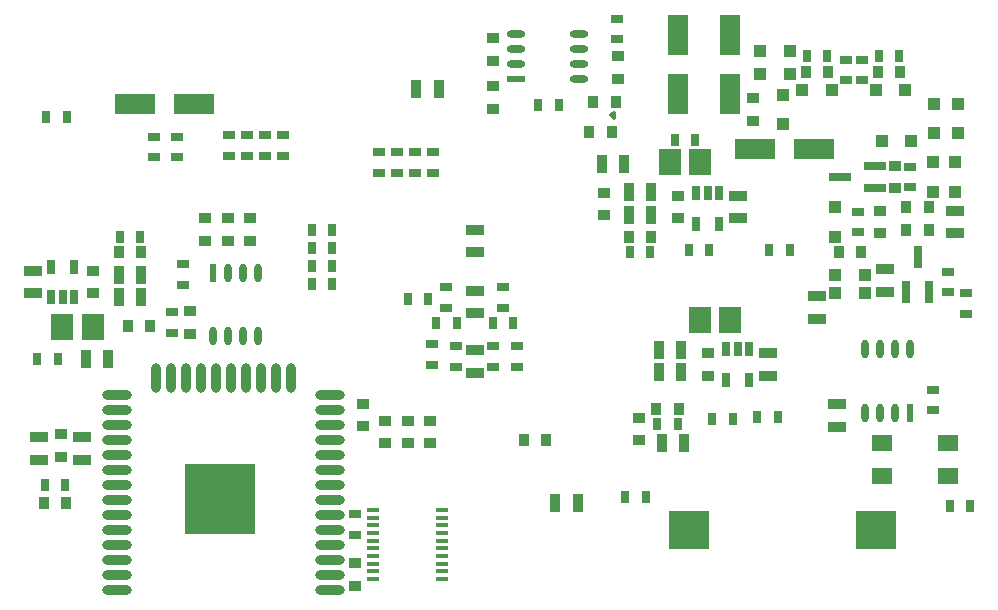
<source format=gbp>
G04 #@! TF.GenerationSoftware,KiCad,Pcbnew,5.0.0-rc2-dev-unknown+dfsg1+20180318-2*
G04 #@! TF.CreationDate,2018-05-15T23:44:12+02:00*
G04 #@! TF.ProjectId,ulx3s,756C7833732E6B696361645F70636200,rev?*
G04 #@! TF.SameCoordinates,Original*
G04 #@! TF.FileFunction,Paste,Bot*
G04 #@! TF.FilePolarity,Positive*
%FSLAX46Y46*%
G04 Gerber Fmt 4.6, Leading zero omitted, Abs format (unit mm)*
G04 Created by KiCad (PCBNEW 5.0.0-rc2-dev-unknown+dfsg1+20180318-2) date Tue May 15 23:44:12 2018*
%MOMM*%
%LPD*%
G01*
G04 APERTURE LIST*
%ADD10C,0.350000*%
%ADD11R,0.700000X1.200000*%
%ADD12R,1.000000X0.400000*%
%ADD13R,3.500000X3.300000*%
%ADD14R,0.600000X1.550000*%
%ADD15O,0.600000X1.550000*%
%ADD16R,1.550000X0.600000*%
%ADD17O,1.550000X0.600000*%
%ADD18O,2.500000X0.900000*%
%ADD19O,0.900000X2.500000*%
%ADD20R,6.000000X6.000000*%
%ADD21R,1.800000X1.400000*%
%ADD22R,0.970000X1.500000*%
%ADD23R,1.500000X0.970000*%
%ADD24R,0.670000X1.000000*%
%ADD25R,1.000000X0.670000*%
%ADD26R,1.825000X2.200000*%
%ADD27R,1.000000X1.000000*%
%ADD28R,0.800000X1.900000*%
%ADD29R,1.900000X0.800000*%
%ADD30R,3.500000X1.800000*%
%ADD31R,1.800000X3.500000*%
%ADD32R,0.845000X1.000000*%
%ADD33R,1.000000X0.845000*%
G04 APERTURE END LIST*
D10*
X150296000Y-71062000D02*
X150046000Y-70812000D01*
X150046000Y-70812000D02*
X150296000Y-70562000D01*
X150296000Y-70562000D02*
X150296000Y-71062000D01*
D11*
X159825000Y-90600000D03*
X160775000Y-90600000D03*
X161725000Y-90600000D03*
X161725000Y-93200000D03*
X159825000Y-93200000D03*
X104575000Y-86215000D03*
X103625000Y-86215000D03*
X102675000Y-86215000D03*
X102675000Y-83615000D03*
X104575000Y-83615000D03*
X157285000Y-77392000D03*
X158235000Y-77392000D03*
X159185000Y-77392000D03*
X159185000Y-79992000D03*
X157285000Y-79992000D03*
D12*
X135735000Y-104215000D03*
X135735000Y-104865000D03*
X135735000Y-105515000D03*
X135735000Y-106165000D03*
X135735000Y-106815000D03*
X135735000Y-107465000D03*
X135735000Y-108115000D03*
X135735000Y-108765000D03*
X135735000Y-109415000D03*
X135735000Y-110065000D03*
X129935000Y-110065000D03*
X129935000Y-109415000D03*
X129935000Y-108765000D03*
X129935000Y-108115000D03*
X129935000Y-107465000D03*
X129935000Y-106815000D03*
X129935000Y-106165000D03*
X129935000Y-105515000D03*
X129935000Y-104865000D03*
X129935000Y-104215000D03*
D13*
X172485000Y-105870000D03*
X156685000Y-105870000D03*
D14*
X175395000Y-96015000D03*
D15*
X174125000Y-96015000D03*
X172855000Y-96015000D03*
X171585000Y-96015000D03*
X171585000Y-90615000D03*
X172855000Y-90615000D03*
X174125000Y-90615000D03*
X175395000Y-90615000D03*
D16*
X141980000Y-67706500D03*
D17*
X141980000Y-66436500D03*
X141980000Y-65166500D03*
X141980000Y-63896500D03*
X147380000Y-63896500D03*
X147380000Y-65166500D03*
X147380000Y-66436500D03*
X147380000Y-67706500D03*
D14*
X116325000Y-84120000D03*
D15*
X117595000Y-84120000D03*
X118865000Y-84120000D03*
X120135000Y-84120000D03*
X120135000Y-89520000D03*
X118865000Y-89520000D03*
X117595000Y-89520000D03*
X116325000Y-89520000D03*
D18*
X126230000Y-111000000D03*
X126230000Y-109730000D03*
X126230000Y-108460000D03*
X126230000Y-107190000D03*
X126230000Y-105920000D03*
X126230000Y-104650000D03*
X126230000Y-103380000D03*
X126230000Y-102110000D03*
X126230000Y-100840000D03*
X126230000Y-99570000D03*
X126230000Y-98300000D03*
X126230000Y-97030000D03*
X126230000Y-95760000D03*
X126230000Y-94490000D03*
D19*
X122945000Y-93000000D03*
X121675000Y-93000000D03*
X120405000Y-93000000D03*
X119135000Y-93000000D03*
X117865000Y-93000000D03*
X116595000Y-93000000D03*
X115325000Y-93000000D03*
X114055000Y-93000000D03*
X112785000Y-93000000D03*
X111515000Y-93000000D03*
D18*
X108230000Y-94490000D03*
X108230000Y-95760000D03*
X108230000Y-97030000D03*
X108230000Y-98300000D03*
X108230000Y-99570000D03*
X108230000Y-100840000D03*
X108230000Y-102110000D03*
X108230000Y-103380000D03*
X108230000Y-104650000D03*
X108230000Y-105920000D03*
X108230000Y-107190000D03*
X108230000Y-108460000D03*
X108230000Y-109730000D03*
X108230000Y-111000000D03*
D20*
X116930000Y-103300000D03*
D21*
X178576000Y-98522000D03*
X172976000Y-98522000D03*
X172976000Y-101322000D03*
X178576000Y-101322000D03*
D22*
X133546000Y-68550000D03*
X135456000Y-68550000D03*
D23*
X101085000Y-83960000D03*
X101085000Y-85870000D03*
D24*
X153985000Y-96910000D03*
X155735000Y-96910000D03*
D22*
X156015000Y-90630000D03*
X154105000Y-90630000D03*
X154105000Y-92535000D03*
X156015000Y-92535000D03*
D23*
X163315000Y-90945000D03*
X163315000Y-92855000D03*
D24*
X151645000Y-82375000D03*
X153395000Y-82375000D03*
D22*
X153475000Y-79200000D03*
X151565000Y-79200000D03*
X153475000Y-77295000D03*
X151565000Y-77295000D03*
D23*
X160775000Y-79520000D03*
X160775000Y-77610000D03*
D24*
X108465000Y-81105000D03*
X110215000Y-81105000D03*
D22*
X108385000Y-84280000D03*
X110295000Y-84280000D03*
X110295000Y-86185000D03*
X108385000Y-86185000D03*
D23*
X173221000Y-83833000D03*
X173221000Y-85743000D03*
D25*
X175380000Y-76900000D03*
X175380000Y-75150000D03*
D23*
X105276000Y-99967000D03*
X105276000Y-98057000D03*
X167506000Y-88029000D03*
X167506000Y-86119000D03*
X138500000Y-90665000D03*
X138500000Y-92575000D03*
D25*
X150589600Y-64359000D03*
X150589600Y-62609000D03*
D23*
X138500000Y-82375000D03*
X138500000Y-80465000D03*
X138500000Y-87575000D03*
X138500000Y-85665000D03*
X101593000Y-99967000D03*
X101593000Y-98057000D03*
D22*
X154359000Y-98504000D03*
X156269000Y-98504000D03*
X105591000Y-91392000D03*
X107501000Y-91392000D03*
X151189000Y-74882000D03*
X149279000Y-74882000D03*
D25*
X140900000Y-87095000D03*
X140900000Y-85345000D03*
X136100000Y-87095000D03*
X136100000Y-85345000D03*
X136900000Y-92095000D03*
X136900000Y-90345000D03*
X140100000Y-90345000D03*
X140100000Y-92095000D03*
X142100000Y-92095000D03*
X142100000Y-90345000D03*
X134900000Y-90145000D03*
X134900000Y-91895000D03*
D24*
X135225000Y-88420000D03*
X136975000Y-88420000D03*
X140025000Y-88420000D03*
X141775000Y-88420000D03*
X163425000Y-82220000D03*
X165175000Y-82220000D03*
X158375000Y-82220000D03*
X156625000Y-82220000D03*
D25*
X177300000Y-94025000D03*
X177300000Y-95775000D03*
D22*
X145342000Y-103584000D03*
X147252000Y-103584000D03*
D24*
X103995000Y-70963000D03*
X102245000Y-70963000D03*
X103245000Y-91410000D03*
X101495000Y-91410000D03*
D25*
X180094000Y-87586000D03*
X180094000Y-85836000D03*
D24*
X180473000Y-103856000D03*
X178723000Y-103856000D03*
X158645000Y-96490000D03*
X160395000Y-96490000D03*
X132827200Y-86330000D03*
X134577200Y-86330000D03*
D23*
X169172000Y-95281000D03*
X169172000Y-97191000D03*
X179190000Y-80790000D03*
X179190000Y-78880000D03*
D26*
X157582500Y-88090000D03*
X160157500Y-88090000D03*
X103607500Y-88725000D03*
X106182500Y-88725000D03*
X157617500Y-74755000D03*
X155042500Y-74755000D03*
D27*
X169050000Y-84280000D03*
X171550000Y-84280000D03*
X169030000Y-78585000D03*
X169030000Y-81085000D03*
X171550000Y-85804000D03*
X169050000Y-85804000D03*
X179190000Y-74775000D03*
X179190000Y-77275000D03*
X177285000Y-77275000D03*
X177285000Y-74775000D03*
X172987000Y-72977000D03*
X175487000Y-72977000D03*
X164585000Y-69060000D03*
X164585000Y-71560000D03*
X168756000Y-68659000D03*
X166256000Y-68659000D03*
X174979000Y-68659000D03*
X172479000Y-68659000D03*
X165200000Y-67262000D03*
X162700000Y-67262000D03*
X162700000Y-65357000D03*
X165200000Y-65357000D03*
X177412000Y-72322000D03*
X177412000Y-69822000D03*
X179444000Y-69822000D03*
X179444000Y-72322000D03*
D28*
X176015000Y-82780000D03*
X175065000Y-85780000D03*
X176965000Y-85780000D03*
D29*
X172435000Y-75075000D03*
X172435000Y-76975000D03*
X169435000Y-76025000D03*
D30*
X114761000Y-69802000D03*
X109761000Y-69802000D03*
X167212000Y-73612000D03*
X162212000Y-73612000D03*
D31*
X155695000Y-69000000D03*
X155695000Y-64000000D03*
X160140000Y-69000000D03*
X160140000Y-64000000D03*
D32*
X169337500Y-82375000D03*
X171262500Y-82375000D03*
D33*
X172840000Y-78872500D03*
X172840000Y-80797500D03*
X162045000Y-69347500D03*
X162045000Y-71272500D03*
D32*
X176977500Y-80470000D03*
X175052500Y-80470000D03*
D33*
X174110000Y-75062500D03*
X174110000Y-76987500D03*
X128390000Y-108717500D03*
X128390000Y-110642500D03*
X119500000Y-81432500D03*
X119500000Y-79507500D03*
X114420000Y-89306500D03*
X114420000Y-87381500D03*
D32*
X176977500Y-78565000D03*
X175052500Y-78565000D03*
D33*
X140025500Y-64267500D03*
X140025500Y-66192500D03*
X140025500Y-68349500D03*
X140025500Y-70274500D03*
X150615000Y-65809500D03*
X150615000Y-67734500D03*
D32*
X150137500Y-72215000D03*
X148212500Y-72215000D03*
X148524500Y-69693000D03*
X150449500Y-69693000D03*
D33*
X129025000Y-95212500D03*
X129025000Y-97137500D03*
X117595000Y-79507500D03*
X117595000Y-81432500D03*
X115690000Y-81432500D03*
X115690000Y-79507500D03*
D32*
X142667500Y-98250000D03*
X144592500Y-98250000D03*
D33*
X132835000Y-98577500D03*
X132835000Y-96652500D03*
X130930000Y-96652500D03*
X130930000Y-98577500D03*
D32*
X103952500Y-103600000D03*
X102027500Y-103600000D03*
D33*
X103498000Y-99720500D03*
X103498000Y-97795500D03*
D25*
X113277000Y-74360000D03*
X113277000Y-72610000D03*
X111372000Y-72610000D03*
X111372000Y-74360000D03*
D24*
X155455000Y-72850000D03*
X157205000Y-72850000D03*
D25*
X171316000Y-66090000D03*
X171316000Y-67840000D03*
X169919000Y-67840000D03*
X169919000Y-66090000D03*
D24*
X174477000Y-65738000D03*
X172727000Y-65738000D03*
D25*
X128390000Y-106321000D03*
X128390000Y-104571000D03*
X117722000Y-72483000D03*
X117722000Y-74233000D03*
X119246000Y-74233000D03*
X119246000Y-72483000D03*
X120770000Y-72483000D03*
X120770000Y-74233000D03*
X122294000Y-74233000D03*
X122294000Y-72483000D03*
D24*
X145655000Y-69900000D03*
X143905000Y-69900000D03*
D32*
X166543500Y-67135000D03*
X168468500Y-67135000D03*
X172637500Y-67120000D03*
X174562500Y-67120000D03*
X153897500Y-95640000D03*
X155822500Y-95640000D03*
X110302500Y-82375000D03*
X108377500Y-82375000D03*
X151557500Y-81105000D03*
X153482500Y-81105000D03*
D33*
X158235000Y-90937500D03*
X158235000Y-92862500D03*
X106165000Y-83952500D03*
X106165000Y-85877500D03*
X155695000Y-77602500D03*
X155695000Y-79527500D03*
X152393000Y-96398500D03*
X152393000Y-98323500D03*
D32*
X111064500Y-88598000D03*
X109139500Y-88598000D03*
D33*
X149472000Y-77348500D03*
X149472000Y-79273500D03*
D24*
X166631000Y-65738000D03*
X168381000Y-65738000D03*
X124721000Y-85060000D03*
X126471000Y-85060000D03*
X126471000Y-83536000D03*
X124721000Y-83536000D03*
X126471000Y-82012000D03*
X124721000Y-82012000D03*
X124721000Y-80470000D03*
X126471000Y-80470000D03*
D25*
X130422000Y-73898000D03*
X130422000Y-75648000D03*
X131961000Y-75648000D03*
X131961000Y-73898000D03*
X133485000Y-73898000D03*
X133485000Y-75648000D03*
X135009000Y-75648000D03*
X135009000Y-73898000D03*
X113785000Y-83405000D03*
X113785000Y-85155000D03*
D24*
X151264000Y-103076000D03*
X153014000Y-103076000D03*
X164190000Y-96345000D03*
X162440000Y-96345000D03*
D25*
X178555000Y-85790000D03*
X178555000Y-84040000D03*
X112896000Y-89219000D03*
X112896000Y-87469000D03*
D33*
X134740000Y-96652500D03*
X134740000Y-98577500D03*
D25*
X170935000Y-80710000D03*
X170935000Y-78960000D03*
D24*
X103865000Y-102060000D03*
X102115000Y-102060000D03*
M02*

</source>
